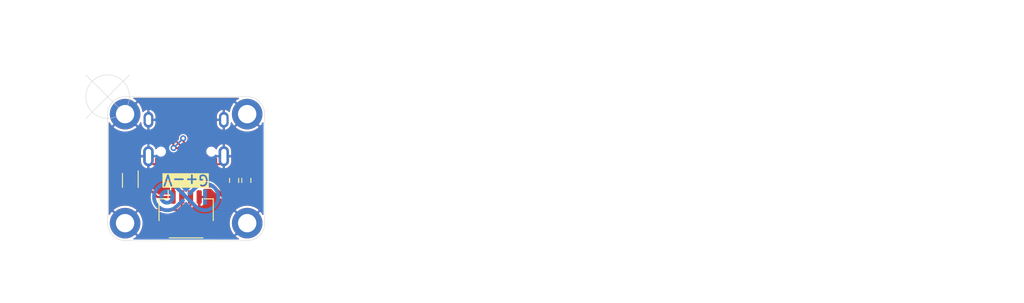
<source format=kicad_pcb>
(kicad_pcb (version 20240108) (generator "pcbnew") (generator_version "8.0")
  (layers (0 "F.Cu" signal) (31 "B.Cu" signal) (34 "B.Paste" user) (35 "F.Paste" user) (36 "B.SilkS" user "B.Silkscreen") (37 "F.SilkS" user "F.Silkscreen") (38 "B.Mask" user) (39 "F.Mask" user) (44 "Edge.Cuts" user))
  (net 0 "")
  (net 1 "GND")
  (net 2 "DP")
  (net 3 "Net-(J1-PadB5)")
  (net 4 "Net-(J1-PadA8)")
  (net 5 "DN")
  (net 6 "Net-(J1-PadA5)")
  (net 7 "Net-(J1-PadB8)")
  (net 8 "UVCC")
  (net 9 "D-")
  (net 10 "D+")
  (footprint "MountingHole:MountingHole_2.2mm_M2_DIN965_Pad" (layer "F.Cu") (at 47 37)
    (property "Reference" "REF**" (hide yes))
    (property "Value" "MountingHole_2.2mm_M2_DIN965_Pad")
    (pad "1" thru_hole circle (at 0 0) (size 3.5 3.5) (drill 2.1) (layers "*.Cu" "*.Mask") (net 1 "GND"))
  )
  (footprint "MountingHole:MountingHole_2.2mm_M2_DIN965_Pad" (layer "F.Cu") (at 61 37)
    (property "Reference" "REF**" (hide yes))
    (property "Value" "MountingHole_2.2mm_M2_DIN965_Pad")
    (pad "1" thru_hole circle (at 0 0) (size 3.5 3.5) (drill 2.1) (layers "*.Cu" "*.Mask") (net 1 "GND"))
  )
  (footprint "MountingHole:MountingHole_2.2mm_M2_DIN965_Pad" (layer "F.Cu") (at 47 49.5)
    (property "Reference" "REF**" (hide yes))
    (property "Value" "MountingHole_2.2mm_M2_DIN965_Pad")
    (pad "1" thru_hole circle (at 0 0) (size 3.5 3.5) (drill 2.1) (layers "*.Cu" "*.Mask") (net 1 "GND"))
  )
  (footprint "MountingHole:MountingHole_2.2mm_M2_DIN965_Pad" (layer "F.Cu") (at 61 49.5)
    (property "Reference" "REF**" (hide yes))
    (property "Value" "MountingHole_2.2mm_M2_DIN965_Pad")
    (pad "1" thru_hole circle (at 0 0) (size 3.5 3.5) (drill 2.1) (layers "*.Cu" "*.Mask") (net 1 "GND"))
  )
  (footprint "u1:USB_C_Receptacle_HRO_TYPE-C-31-M-12" (layer "F.Cu") (at 54 38.7 180)
    (property "Reference" "J1" (hide yes))
    (property "Value" "USB_C_Receptacle_USB2.0")
    (pad "" np_thru_hole circle (at -2.89 -2.6 180) (size 0.65 0.65) (drill 0.65) (layers "*.Cu" "*.Mask"))
    (pad "" np_thru_hole circle (at 2.89 -2.6 180) (size 0.65 0.65) (drill 0.65) (layers "*.Cu" "*.Mask"))
    (pad "A1" smd rect (at -3.25 -4.045 180) (size 0.6 1.45) (layers "F.Cu" "F.Paste" "F.Mask") (net 1 "GND"))
    (pad "A4" smd rect (at -2.45 -4.045 180) (size 0.6 1.45) (layers "F.Cu" "F.Paste" "F.Mask") (net 8 "UVCC"))
    (pad "A5" smd rect (at -1.25 -4.045 180) (size 0.3 1.45) (layers "F.Cu" "F.Paste" "F.Mask") (net 6 "Net-(J1-PadA5)"))
    (pad "A6" smd rect (at -0.25 -4.045 180) (size 0.3 1.45) (layers "F.Cu" "F.Paste" "F.Mask") (net 2 "DP"))
    (pad "A7" smd rect (at 0.25 -4.045 180) (size 0.3 1.45) (layers "F.Cu" "F.Paste" "F.Mask") (net 5 "DN"))
    (pad "A8" smd rect (at 1.25 -4.045 180) (size 0.3 1.45) (layers "F.Cu" "F.Paste" "F.Mask") (net 4 "Net-(J1-PadA8)"))
    (pad "A9" smd rect (at 2.45 -4.045 180) (size 0.6 1.45) (layers "F.Cu" "F.Paste" "F.Mask") (net 8 "UVCC"))
    (pad "A12" smd rect (at 3.25 -4.045 180) (size 0.6 1.45) (layers "F.Cu" "F.Paste" "F.Mask") (net 1 "GND"))
    (pad "B1" smd rect (at 3.25 -4.045 180) (size 0.6 1.45) (layers "F.Cu" "F.Paste" "F.Mask") (net 1 "GND"))
    (pad "B4" smd rect (at 2.45 -4.045 180) (size 0.6 1.45) (layers "F.Cu" "F.Paste" "F.Mask") (net 8 "UVCC"))
    (pad "B5" smd rect (at 1.75 -4.045 180) (size 0.3 1.45) (layers "F.Cu" "F.Paste" "F.Mask") (net 3 "Net-(J1-PadB5)"))
    (pad "B6" smd rect (at 0.75 -4.045 180) (size 0.3 1.45) (layers "F.Cu" "F.Paste" "F.Mask") (net 2 "DP"))
    (pad "B7" smd rect (at -0.75 -4.045 180) (size 0.3 1.45) (layers "F.Cu" "F.Paste" "F.Mask") (net 5 "DN"))
    (pad "B8" smd rect (at -1.75 -4.045 180) (size 0.3 1.45) (layers "F.Cu" "F.Paste" "F.Mask") (net 7 "Net-(J1-PadB8)"))
    (pad "B9" smd rect (at -2.45 -4.045 180) (size 0.6 1.45) (layers "F.Cu" "F.Paste" "F.Mask") (net 8 "UVCC"))
    (pad "B12" smd rect (at -3.25 -4.045 180) (size 0.6 1.45) (layers "F.Cu" "F.Paste" "F.Mask") (net 1 "GND"))
    (pad "S1" thru_hole oval (at -4.32 -3.13 180) (size 1.2 2.3) (drill oval 0.6 1.7) (layers "*.Cu" "*.Mask" "F.Paste") (net 1 "GND"))
    (pad "S1" thru_hole oval (at -4.32 1.05 180) (size 1.1 1.8) (drill oval 0.6 1.2) (layers "*.Cu" "*.Mask" "F.Paste") (net 1 "GND"))
    (pad "S1" thru_hole oval (at 4.32 -3.13 180) (size 1.2 2.3) (drill oval 0.6 1.7) (layers "*.Cu" "*.Mask" "F.Paste") (net 1 "GND"))
    (pad "S1" thru_hole oval (at 4.32 1.05 180) (size 1.1 1.8) (drill oval 0.6 1.2) (layers "*.Cu" "*.Mask" "F.Paste") (net 1 "GND"))
  )
  (footprint "Resistor_SMD:R_0603_1608Metric" (layer "F.Cu") (at 59.5 44.6 -90)
    (property "Reference" "R1" (hide yes))
    (property "Value" "5.1k")
    (fp_line (start -0.237258 0.5225) (end 0.237258 0.5225) (stroke (width 0.12)) (layer "F.SilkS"))
    (fp_line (start -0.237258 -0.5225) (end 0.237258 -0.5225) (stroke (width 0.12)) (layer "F.SilkS"))
    (pad "1" smd roundrect (at -0.825 0 270) (size 0.8 0.95) (layers "F.Cu" "F.Paste" "F.Mask") (net 6 "Net-(J1-PadA5)"))
    (pad "2" smd roundrect (at 0.825 0 270) (size 0.8 0.95) (layers "F.Cu" "F.Paste" "F.Mask") (net 1 "GND"))
  )
  (footprint "Resistor_SMD:R_0603_1608Metric" (layer "F.Cu") (at 60.9 44.6 90)
    (property "Reference" "R2" (hide yes))
    (property "Value" "5.1k")
    (fp_line (start -0.237258 -0.5225) (end 0.237258 -0.5225) (stroke (width 0.12)) (layer "F.SilkS"))
    (fp_line (start -0.237258 0.5225) (end 0.237258 0.5225) (stroke (width 0.12)) (layer "F.SilkS"))
    (pad "1" smd roundrect (at -0.825 0 90) (size 0.8 0.95) (layers "F.Cu" "F.Paste" "F.Mask") (net 1 "GND"))
    (pad "2" smd roundrect (at 0.825 0 90) (size 0.8 0.95) (layers "F.Cu" "F.Paste" "F.Mask") (net 3 "Net-(J1-PadB5)"))
  )
  (footprint "Package_TO_SOT_SMD:SOT-666" (layer "F.Cu") (at 47.6 44.6 -90)
    (property "Reference" "U1" (hide yes))
    (property "Value" "USBLC6-2P6")
    (fp_line (start -0.8 0.9) (end 0.8 0.9) (stroke (width 0.12)) (layer "F.SilkS"))
    (fp_line (start 0.8 -0.9) (end -1.1 -0.9) (stroke (width 0.12)) (layer "F.SilkS"))
    (pad "1" smd rect (at -0.85 -0.5375 270) (size 0.5 0.375) (layers "F.Cu" "F.Paste" "F.Mask") (net 5 "DN"))
    (pad "2" smd rect (at -0.925 0 270) (size 0.65 0.3) (layers "F.Cu" "F.Paste" "F.Mask") (net 1 "GND"))
    (pad "3" smd rect (at -0.85 0.5375 270) (size 0.5 0.375) (layers "F.Cu" "F.Paste" "F.Mask") (net 2 "DP"))
    (pad "4" smd rect (at 0.85 0.5375 270) (size 0.5 0.375) (layers "F.Cu" "F.Paste" "F.Mask") (net 10 "D+"))
    (pad "5" smd rect (at 0.925 0 270) (size 0.65 0.3) (layers "F.Cu" "F.Paste" "F.Mask") (net 8 "UVCC"))
    (pad "6" smd rect (at 0.85 -0.5375 270) (size 0.5 0.375) (layers "F.Cu" "F.Paste" "F.Mask") (net 9 "D-"))
  )
  (footprint "Connector_JST:JST_SH_SM04B-SRSS-TB_1x04-1MP_P1.00mm_Horizontal" (layer "F.Cu") (at 54 48.5)
    (property "Reference" "J2" (hide yes))
    (property "Value" "Conn_01x06_MountingPin")
    (fp_line (start -3.11 -1.785) (end -2.06 -1.785) (stroke (width 0.12)) (layer "F.SilkS"))
    (fp_line (start -3.11 0.715) (end -3.11 -1.785) (stroke (width 0.12)) (layer "F.SilkS"))
    (fp_line (start -2.06 -1.785) (end -2.06 -2.775) (stroke (width 0.12)) (layer "F.SilkS"))
    (fp_line (start -1.94 2.685) (end 1.94 2.685) (stroke (width 0.12)) (layer "F.SilkS"))
    (fp_line (start 3.11 -1.785) (end 2.06 -1.785) (stroke (width 0.12)) (layer "F.SilkS"))
    (fp_line (start 3.11 0.715) (end 3.11 -1.785) (stroke (width 0.12)) (layer "F.SilkS"))
    (pad "1" smd roundrect (at -1.5 -2) (size 0.6 1.55) (layers "F.Cu" "F.Paste" "F.Mask") (net 8 "UVCC"))
    (pad "2" smd roundrect (at -0.5 -2) (size 0.6 1.55) (layers "F.Cu" "F.Paste" "F.Mask") (net 9 "D-"))
    (pad "3" smd roundrect (at 0.5 -2) (size 0.6 1.55) (layers "F.Cu" "F.Paste" "F.Mask") (net 10 "D+"))
    (pad "4" smd roundrect (at 1.5 -2) (size 0.6 1.55) (layers "F.Cu" "F.Paste" "F.Mask") (net 1 "GND"))
    (pad "MP" smd roundrect (at -2.8 1.875) (size 1.2 1.8) (layers "F.Cu" "F.Paste" "F.Mask") (roundrect_rratio 0.2083325) (net 1 "GND"))
    (pad "MP" smd roundrect (at 2.8 1.875) (size 1.2 1.8) (layers "F.Cu" "F.Paste" "F.Mask") (roundrect_rratio 0.2083325) (net 1 "GND"))
  )
  (footprint "u1:mini_logo" (layer "B.Cu") (at 54 46.5 180)
    (property "Reference" "G***" (hide yes))
    (property "Value" "LOGO" (hide yes))
    (fp_poly (pts (xy -1.939637 -0.865909) (xy -2.378364 -0.865909) (xy -2.378364 0.865909) (xy -1.939637 0.865909) (xy -1.939637 -0.865909)) (fill solid) (layer "B.Cu"))
    (fp_poly (pts (xy 2.274656 0.862878) (xy 2.376327 0.85068) (xy 2.473042 0.824866) (xy 2.568863 0.785709) (xy 2.693245 0.715167) (xy 2.802177 0.627895) (xy 2.894552 0.525187) (xy 2.969261 0.40834) (xy 3.025198 0.278649) (xy 3.038519 0.236162) (xy 3.057069 0.1456) (xy 3.065868 0.04282) (xy 3.064914 -0.063464) (xy 3.054209 -0.16454) (xy 3.038519 -0.236161) (xy 2.989608 -0.366124) (xy 2.921614 -0.48534) (xy 2.836568 -0.591888) (xy 2.736499 -0.683843) (xy 2.623438 -0.759282) (xy 2.499415 -0.816282) (xy 2.393402 -0.847372) (xy 2.321483 -0.858489) (xy 2.237051 -0.863898) (xy 2.149356 -0.863563) (xy 2.067642 -0.85745) (xy 2.014681 -0.848797) (xy 1.884214 -0.80852) (xy 1.762383 -0.74822) (xy 1.651406 -0.670021) (xy 1.553498 -0.576043) (xy 1.470875 -0.46841) (xy 1.405753 -0.349244) (xy 1.360878 -0.222674) (xy 1.343866 -0.131464) (xy 1.33647 -0.028514) (xy 1.33707 0) (xy 1.772227 0) (xy 1.773094 -0.055525) (xy 1.776688 -0.096127) (xy 1.784495 -0.129939) (xy 1.798003 -0.165096) (xy 1.80541 -0.181522) (xy 1.852301 -0.258236) (xy 1.916006 -0.326388) (xy 1.991279 -0.381583) (xy 2.072876 -0.419427) (xy 2.098207 -0.426842) (xy 2.132308 -0.431923) (xy 2.178999 -0.434541) (xy 2.225437 -0.434202) (xy 2.276147 -0.430007) (xy 2.319036 -0.420448) (xy 2.364714 -0.402646) (xy 2.395108 -0.388181) (xy 2.478323 -0.335598) (xy 2.544286 -0.270545) (xy 2.593007 -0.19589) (xy 2.624493 -0.114502) (xy 2.638755 -0.029249) (xy 2.635799 0.057001) (xy 2.615636 0.141379) (xy 2.578274 0.221017) (xy 2.523722 0.293046) (xy 2.451988 0.354598) (xy 2.392731 0.389337) (xy 2.348161 0.410512) (xy 2.313668 0.423422) (xy 2.280334 0.430072) (xy 2.239243 0.432469) (xy 2.199968 0.432686) (xy 2.14429 0.431435) (xy 2.103179 0.426991) (xy 2.068173 0.417813) (xy 2.030807 0.40236) (xy 2.029083 0.401561) (xy 1.953148 0.355887) (xy 1.884472 0.29491) (xy 1.829174 0.224653) (xy 1.80541 0.181522) (xy 1.78918 0.143517) (xy 1.77925 0.11014) (xy 1.774134 0.073259) (xy 1.772344 0.024739) (xy 1.772227 0) (xy 1.33707 0) (xy 1.338691 0.076927) (xy 1.350527 0.175605) (xy 1.360878 0.222674) (xy 1.399852 0.337978) (xy 1.453695 0.441934) (xy 1.525414 0.539645) (xy 1.587151 0.606345) (xy 1.685693 0.695091) (xy 1.78428 0.763012) (xy 1.887127 0.811994) (xy 1.998446 0.843922) (xy 2.122451 0.860683) (xy 2.160271 0.862927) (xy 2.274656 0.862878)) (stroke (width 0.01)) (fill solid) (layer "B.Cu"))
    (fp_poly (pts (xy -2.011067 1.733319) (xy -1.826497 1.707386) (xy -1.648454 1.664459) (xy -1.481125 1.605752) (xy -1.339273 1.538321) (xy -1.292174 1.512126) (xy -1.248848 1.486673) (xy -1.207549 1.460462) (xy -1.166531 1.43199) (xy -1.124049 1.399756) (xy -1.078357 1.362258) (xy -1.027709 1.317994) (xy -0.97036 1.265463) (xy -0.904564 1.203162) (xy -0.828576 1.12959) (xy -0.740649 1.043246) (xy -0.639039 0.942628) (xy -0.588819 0.892723) (xy -0.121228 0.427739) (xy -0.274064 0.274679) (xy -0.426899 0.121619) (xy -0.874427 0.567035) (xy -0.960999 0.652793) (xy -1.044834 0.735065) (xy -1.124116 0.812122) (xy -1.197029 0.882235) (xy -1.261758 0.943671) (xy -1.316487 0.994703) (xy -1.3594 1.033599) (xy -1.388682 1.058631) (xy -1.397 1.064961) (xy -1.547628 1.157391) (xy -1.703625 1.22744) (xy -1.865793 1.275364) (xy -2.034934 1.301416) (xy -2.159001 1.306775) (xy -2.332645 1.295562) (xy -2.500555 1.262442) (xy -2.661105 1.208194) (xy -2.812669 1.133598) (xy -2.953621 1.039433) (xy -3.082336 0.926479) (xy -3.180046 0.817352) (xy -3.239446 0.733899) (xy -3.297731 0.634994) (xy -3.35113 0.528124) (xy -3.395875 0.420775) (xy -3.425877 0.329046) (xy -3.437311 0.285846) (xy -3.445627 0.248503) (xy -3.451316 0.211929) (xy -3.45487 0.171041) (xy -3.456779 0.120753) (xy -3.457534 0.055981) (xy -3.457639 0) (xy -3.457395 -0.077774) (xy -3.456337 -0.137544) (xy -3.453974 -0.184395) (xy -3.449815 -0.223413) (xy -3.443369 -0.259682) (xy -3.434145 -0.298287) (xy -3.425877 -0.329045) (xy -3.392274 -0.43033) (xy -3.346589 -0.537944) (xy -3.292592 -0.6444) (xy -3.234051 -0.742213) (xy -3.180046 -0.817351) (xy -3.067233 -0.941859) (xy -2.94257 -1.047753) (xy -2.802837 -1.137638) (xy -2.749129 -1.166125) (xy -2.600007 -1.231434) (xy -2.451408 -1.275746) (xy -2.297867 -1.300363) (xy -2.159 -1.306774) (xy -1.984564 -1.296031) (xy -1.817673 -1.263623) (xy -1.657471 -1.209276) (xy -1.503101 -1.132719) (xy -1.397 -1.065034) (xy -1.378301 -1.049484) (xy -1.343951 -1.018144) (xy -1.294563 -0.971616) (xy -1.230751 -0.910501) (xy -1.15313 -0.835399) (xy -1.062312 -0.746911) (xy -0.958913 -0.645639) (xy -0.843544 -0.532183) (xy -0.716821 -0.407144) (xy -0.579357 -0.271123) (xy -0.431765 -0.124722) (xy -0.27466 0.03146) (xy -0.132773 0.172777) (xy 0.033984 0.338993) (xy 0.185286 0.489748) (xy 0.322035 0.625879) (xy 0.445135 0.748223) (xy 0.555487 0.857618) (xy 0.653994 0.9549) (xy 0.741558 1.040906) (xy 0.819082 1.116475) (xy 0.887468 1.182442) (xy 0.947618 1.239646) (xy 1.000436 1.288923) (xy 1.046823 1.33111) (xy 1.087682 1.367044) (xy 1.123915 1.397563) (xy 1.156424 1.423504) (xy 1.186113 1.445704) (xy 1.213884 1.465) (xy 1.240638 1.482228) (xy 1.267279 1.498228) (xy 1.294708 1.513834) (xy 1.323829 1.529885) (xy 1.339272 1.538321) (xy 1.495398 1.611705) (xy 1.66445 1.669553) (xy 1.841396 1.71084) (xy 2.021199 1.734541) (xy 2.198826 1.739629) (xy 2.298491 1.733684) (xy 2.457496 1.713521) (xy 2.601414 1.683727) (xy 2.736906 1.642422) (xy 2.870636 1.587728) (xy 2.946662 1.550843) (xy 3.098194 1.46455) (xy 3.235503 1.366439) (xy 3.365682 1.251341) (xy 3.388247 1.229081) (xy 3.520779 1.081613) (xy 3.632656 0.924825) (xy 3.725132 0.756683) (xy 3.799462 0.575155) (xy 3.808721 0.547865) (xy 3.844979 0.427198) (xy 3.870334 0.314287) (xy 3.886102 0.200747) (xy 3.893598 0.078193) (xy 3.894675 0) (xy 3.891357 -0.131583) (xy 3.880528 -0.249308) (xy 3.860873 -0.361559) (xy 3.831074 -0.476722) (xy 3.808721 -0.547864) (xy 3.736894 -0.731482) (xy 3.647101 -0.901421) (xy 3.538088 -1.059715) (xy 3.408599 -1.208396) (xy 3.388247 -1.22908) (xy 3.239998 -1.36172) (xy 3.079668 -1.47555) (xy 2.908988 -1.569934) (xy 2.72969 -1.644239) (xy 2.543505 -1.697831) (xy 2.352164 -1.730076) (xy 2.1574 -1.74034) (xy 2.011066 -1.733318) (xy 1.826496 -1.707385) (xy 1.648453 -1.664458) (xy 1.481124 -1.605751) (xy 1.339272 -1.53832) (xy 1.292173 -1.512125) (xy 1.248847 -1.486673) (xy 1.207548 -1.460461) (xy 1.16653 -1.431989) (xy 1.124048 -1.399755) (xy 1.078356 -1.362257) (xy 1.027708 -1.317993) (xy 0.970359 -1.265462) (xy 0.904563 -1.203161) (xy 0.828575 -1.12959) (xy 0.740648 -1.043245) (xy 0.639038 -0.942627) (xy 0.588818 -0.892723) (xy 0.121227 -0.427738) (xy 0.274065 -0.274676) (xy 0.426903 -0.121615) (xy 0.880201 -0.573375) (xy 0.986965 -0.679545) (xy 1.079256 -0.770676) (xy 1.158757 -0.848224) (xy 1.227153 -0.913647) (xy 1.286129 -0.9684) (xy 1.337369 -1.01394) (xy 1.382558 -1.051724) (xy 1.42338 -1.083207) (xy 1.46152 -1.109847) (xy 1.498663 -1.133099) (xy 1.536493 -1.15442) (xy 1.575954 -1.174894) (xy 1.718353 -1.234369) (xy 1.871703 -1.276208) (xy 2.031714 -1.300122) (xy 2.194096 -1.305822) (xy 2.354557 -1.293017) (xy 2.508807 -1.261417) (xy 2.571688 -1.242139) (xy 2.732514 -1.175526) (xy 2.88237 -1.089286) (xy 3.019306 -0.984777) (xy 3.141378 -0.863359) (xy 3.180045 -0.817351) (xy 3.239445 -0.733898) (xy 3.29773 -0.634993) (xy 3.351129 -0.528123) (xy 3.395874 -0.420774) (xy 3.425876 -0.329045) (xy 3.43731 -0.285846) (xy 3.445626 -0.248502) (xy 3.451315 -0.211928) (xy 3.454869 -0.17104) (xy 3.456778 -0.120752) (xy 3.457533 -0.05598) (xy 3.457638 0) (xy 3.457394 0.077774) (xy 3.456336 0.137545) (xy 3.453973 0.184396) (xy 3.449814 0.223414) (xy 3.443368 0.259683) (xy 3.434144 0.298288) (xy 3.425876 0.329046) (xy 3.392273 0.430331) (xy 3.346588 0.537945) (xy 3.292591 0.644401) (xy 3.23405 0.742214) (xy 3.180045 0.817352) (xy 3.067232 0.94186) (xy 2.942569 1.047754) (xy 2.802836 1.137639) (xy 2.749128 1.166125) (xy 2.600006 1.231435) (xy 2.451407 1.275747) (xy 2.297866 1.300363) (xy 2.159 1.306775) (xy 1.984529 1.296027) (xy 1.817602 1.263604) (xy 1.657378 1.209241) (xy 1.503018 1.13267) (xy 1.397 1.065012) (xy 1.378328 1.04948) (xy 1.344011 1.018167) (xy 1.294668 0.97168) (xy 1.230921 0.910626) (xy 1.153389 0.835614) (xy 1.062693 0.74725) (xy 0.959454 0.646143) (xy 0.844292 0.532899) (xy 0.717828 0.408127) (xy 0.580682 0.272433) (xy 0.433475 0.126426) (xy 0.276827 -0.029288) (xy 0.132772 -0.172753) (xy -0.034006 -0.338981) (xy -0.185329 -0.489747) (xy -0.322099 -0.62589) (xy -0.445219 -0.748245) (xy -0.55559 -0.857651) (xy -0.654116 -0.954945) (xy -0.741697 -1.040962) (xy -0.819238 -1.116542) (xy -0.88764 -1.182519) (xy -0.947805 -1.239732) (xy -1.000635 -1.289017) (xy -1.047034 -1.331212) (xy -1.087903 -1.367154) (xy -1.124144 -1.397679) (xy -1.156661 -1.423625) (xy -1.186354 -1.445829) (xy -1.214127 -1.465128) (xy -1.240882 -1.482358) (xy -1.267522 -1.498357) (xy -1.294947 -1.513963) (xy -1.324062 -1.530011) (xy -1.339273 -1.53832) (xy -1.498138 -1.612906) (xy -1.669802 -1.671167) (xy -1.84994 -1.712268) (xy -2.034224 -1.735373) (xy -2.21833 -1.739647) (xy -2.339664 -1.731534) (xy -2.536558 -1.699364) (xy -2.726752 -1.645393) (xy -2.908832 -1.5703) (xy -3.081384 -1.47476) (xy -3.242996 -1.359453) (xy -3.388248 -1.22908) (xy -3.52078 -1.081612) (xy -3.632657 -0.924824) (xy -3.725133 -0.756683) (xy -3.799463 -0.575154) (xy -3.808722 -0.547864) (xy -3.84498 -0.427197) (xy -3.870335 -0.314286) (xy -3.886103 -0.200747) (xy -3.893599 -0.078193) (xy -3.894676 0) (xy -3.891358 0.131584) (xy -3.880529 0.249308) (xy -3.860874 0.36156) (xy -3.831075 0.476723) (xy -3.808722 0.547865) (xy -3.736895 0.731483) (xy -3.647102 0.901422) (xy -3.538089 1.059716) (xy -3.4086 1.208397) (xy -3.388248 1.229081) (xy -3.239999 1.361721) (xy -3.079669 1.475551) (xy -2.908989 1.569935) (xy -2.729691 1.64424) (xy -2.543506 1.697832) (xy -2.352165 1.730077) (xy -2.157401 1.740341) (xy -2.011067 1.733319)) (stroke (width 0.01)) (fill solid) (layer "B.Cu"))
  )
  (gr_line (start 61 35) (end 47 35) (stroke (width 0.05)) (layer "Edge.Cuts"))
  (gr_line (start 63 49.5) (end 63 37) (stroke (width 0.05)) (layer "Edge.Cuts"))
  (gr_arc (start 63 49.5) (mid 62.414214 50.914214) (end 61 51.5) (stroke (width 0.05)) (layer "Edge.Cuts"))
  (gr_arc (start 47 51.5) (mid 45.585786 50.914214) (end 45 49.5) (stroke (width 0.05)) (layer "Edge.Cuts"))
  (gr_arc (start 61 35) (mid 62.414214 35.585786) (end 63 37) (stroke (width 0.05)) (layer "Edge.Cuts"))
  (gr_arc (start 45 37) (mid 45.585786 35.585786) (end 47 35) (stroke (width 0.05)) (layer "Edge.Cuts"))
  (gr_line (start 47 51.5) (end 61 51.5) (stroke (width 0.05)) (layer "Edge.Cuts"))
  (gr_line (start 45 37) (end 45 49.5) (stroke (width 0.05)) (layer "Edge.Cuts"))
  (gr_text "G+-V" (at 54 43.853 180) (layer "F.SilkS" knockout) (effects (font (size 1.2 1.2) (thickness 0.2) (bold yes)) (justify bottom)))
  (target x (at 45 35) (size 5) (width 0.05) (layer "Edge.Cuts"))
  (segment (start 47.6 43.675) (end 47.6 44.075) (width 0.25) (layer "F.Cu") (net 1))
  (segment (start 58.32 42.49) (end 58.065 42.745) (width 0.2) (layer "F.Cu") (net 1))
  (segment (start 55.5 46.5) (end 55.5 48) (width 0.3) (layer "F.Cu") (net 1))
  (segment (start 49.68 43.645) (end 49.68 41.83) (width 0.25) (layer "F.Cu") (net 1))
  (segment (start 58.32 41.83) (end 58.32 42.49) (width 0.2) (layer "F.Cu") (net 1))
  (segment (start 48.975 44.35) (end 49.68 43.645) (width 0.25) (layer "F.Cu") (net 1))
  (segment (start 47.6 44.075) (end 47.875 44.35) (width 0.25) (layer "F.Cu") (net 1))
  (segment (start 58.065 42.745) (end 57.25 42.745) (width 0.2) (layer "F.Cu") (net 1))
  (segment (start 47.875 44.35) (end 48.975 44.35) (width 0.25) (layer "F.Cu") (net 1))
  (segment (start 53.25 43.725) (end 53.525 44) (width 0.2) (layer "F.Cu") (net 2))
  (segment (start 54.25 41.5) (end 52.5 39.75) (width 0.2) (layer "F.Cu") (net 2))
  (segment (start 47.35 42.925) (end 47.0625 43.2125) (width 0.2) (layer "F.Cu") (net 2))
  (segment (start 53.975 44) (end 54.25 43.725) (width 0.2) (layer "F.Cu") (net 2))
  (segment (start 53.525 44) (end 53.975 44) (width 0.2) (layer "F.Cu") (net 2))
  (segment (start 48.875 39.75) (end 47.35 41.275) (width 0.2) (layer "F.Cu") (net 2))
  (segment (start 53.25 42.745) (end 53.25 43.725) (width 0.2) (layer "F.Cu") (net 2))
  (segment (start 47.35 41.275) (end 47.35 42.925) (width 0.2) (layer "F.Cu") (net 2))
  (segment (start 52.5 39.75) (end 48.875 39.75) (width 0.2) (layer "F.Cu") (net 2))
  (segment (start 54.25 42.745) (end 54.25 41.5) (width 0.2) (layer "F.Cu") (net 2))
  (segment (start 54.25 43.725) (end 54.25 42.745) (width 0.2) (layer "F.Cu") (net 2))
  (segment (start 47.0625 43.2125) (end 47.0625 43.75) (width 0.2) (layer "F.Cu") (net 2))
  (segment (start 52.25 42.745) (end 52.25 44.05) (width 0.2) (layer "F.Cu") (net 3))
  (segment (start 60.075 44.6) (end 60.9 43.775) (width 0.2) (layer "F.Cu") (net 3))
  (segment (start 52.8 44.6) (end 60.075 44.6) (width 0.2) (layer "F.Cu") (net 3))
  (segment (start 52.25 44.05) (end 52.8 44.6) (width 0.2) (layer "F.Cu") (net 3))
  (segment (start 49.1 40.2) (end 52.28 40.2) (width 0.2) (layer "F.Cu") (net 5))
  (segment (start 54.75 41.2) (end 54.75 42.745) (width 0.2) (layer "F.Cu") (net 5))
  (segment (start 47.875 41.425) (end 49.1 40.2) (width 0.2) (layer "F.Cu") (net 5))
  (segment (start 48.1375 43.75) (end 48.1375 43.1875) (width 0.2) (layer "F.Cu") (net 5))
  (segment (start 52.28 40.2) (end 52.56 40.48) (width 0.2) (layer "F.Cu") (net 5))
  (segment (start 53.75 41.67) (end 53.75 42.745) (width 0.2) (layer "F.Cu") (net 5))
  (segment (start 52.96 40.88) (end 53.75 41.67) (width 0.2) (layer "F.Cu") (net 5))
  (segment (start 52.56 40.88) (end 52.96 40.88) (width 0.2) (layer "F.Cu") (net 5))
  (segment (start 53.66 40.11) (end 54.75 41.2) (width 0.2) (layer "F.Cu") (net 5))
  (segment (start 47.875 42.925) (end 47.875 41.425) (width 0.2) (layer "F.Cu") (net 5))
  (segment (start 53.66 39.78) (end 53.66 40.11) (width 0.2) (layer "F.Cu") (net 5))
  (segment (start 52.56 40.48) (end 52.56 40.88) (width 0.2) (layer "F.Cu") (net 5))
  (segment (start 48.1375 43.1875) (end 47.875 42.925) (width 0.2) (layer "F.Cu") (net 5))
  (via (at 53.66 39.78) (size 0.7) (drill 0.35) (layers "F.Cu" "B.Cu") (net 5))
  (via (at 52.56 40.88) (size 0.7) (drill 0.35) (layers "F.Cu" "B.Cu") (net 5))
  (segment (start 53.66 39.78) (end 52.56 40.88) (width 0.2) (layer "B.Cu") (net 5))
  (segment (start 55.25 42.745) (end 55.25 43.725) (width 0.2) (layer "F.Cu") (net 6))
  (segment (start 58.1 44) (end 58.325 43.775) (width 0.2) (layer "F.Cu") (net 6))
  (segment (start 55.25 43.725) (end 55.525 44) (width 0.2) (layer "F.Cu") (net 6))
  (segment (start 58.325 43.775) (end 59.5 43.775) (width 0.2) (layer "F.Cu") (net 6))
  (segment (start 55.525 44) (end 58.1 44) (width 0.2) (layer "F.Cu") (net 6))
  (segment (start 62.07 42.57) (end 59.4 39.9) (width 0.4) (layer "F.Cu") (net 8))
  (segment (start 62.07 45.53) (end 62.07 42.57) (width 0.4) (layer "F.Cu") (net 8))
  (segment (start 47.87 44.85) (end 49.05 44.85) (width 0.25) (layer "F.Cu") (net 8))
  (segment (start 56.9 39.9) (end 56.025 40.775) (width 0.4) (layer "F.Cu") (net 8))
  (segment (start 51.55 42.745) (end 51.55 44.35) (width 0.4) (layer "F.Cu") (net 8))
  (segment (start 56.025 40.775) (end 56.025 41.5) (width 0.4) (layer "F.Cu") (net 8))
  (segment (start 50.7 46.5) (end 52.5 46.5) (width 0.25) (layer "F.Cu") (net 8))
  (segment (start 47.6 45.12) (end 47.87 44.85) (width 0.25) (layer "F.Cu") (net 8))
  (segment (start 47.6 45.525) (end 47.6 45.12) (width 0.25) (layer "F.Cu") (net 8))
  (segment (start 52.425 45.225) (end 57.025 45.225) (width 0.4) (layer "F.Cu") (net 8))
  (segment (start 52.5 46.5) (end 52.5 45.3) (width 0.4) (layer "F.Cu") (net 8))
  (segment (start 58.37 46.57) (end 61.03 46.57) (width 0.4) (layer "F.Cu") (net 8))
  (segment (start 56.45 41.925) (end 56.45 42.745) (width 0.4) (layer "F.Cu") (net 8))
  (segment (start 56.025 41.5) (end 56.45 41.925) (width 0.4) (layer "F.Cu") (net 8))
  (segment (start 61.03 46.57) (end 62.07 45.53) (width 0.4) (layer "F.Cu") (net 8))
  (segment (start 52.5 45.3) (end 52.425 45.225) (width 0.4) (layer "F.Cu") (net 8))
  (segment (start 59.4 39.9) (end 56.9 39.9) (width 0.4) (layer "F.Cu") (net 8))
  (segment (start 51.5 42.795) (end 51.55 42.745) (width 0.4) (layer "F.Cu") (net 8))
  (segment (start 51.55 44.35) (end 52.425 45.225) (width 0.4) (layer "F.Cu") (net 8))
  (segment (start 57.025 45.225) (end 58.37 46.57) (width 0.4) (layer "F.Cu") (net 8))
  (segment (start 49.05 44.85) (end 50.7 46.5) (width 0.25) (layer "F.Cu") (net 8))
  (segment (start 50.075 48) (end 53.05 48) (width 0.2) (layer "F.Cu") (net 9))
  (segment (start 48.1375 46.0625) (end 50.075 48) (width 0.2) (layer "F.Cu") (net 9))
  (segment (start 48.1375 45.45) (end 48.1375 46.0625) (width 0.2) (layer "F.Cu") (net 9))
  (segment (start 53.05 48) (end 53.5 47.55) (width 0.2) (layer "F.Cu") (net 9))
  (segment (start 53.5 47.55) (end 53.5 46.5) (width 0.2) (layer "F.Cu") (net 9))
  (segment (start 47.0625 45.45) (end 47.0625 46.1125) (width 0.2) (layer "F.Cu") (net 10))
  (segment (start 47.0625 46.1125) (end 49.625 48.675) (width 0.2) (layer "F.Cu") (net 10))
  (segment (start 53.405 48.675) (end 54.5 47.58) (width 0.2) (layer "F.Cu") (net 10))
  (segment (start 49.625 48.675) (end 53.405 48.675) (width 0.2) (layer "F.Cu") (net 10))
  (segment (start 54.5 47.58) (end 54.5 46.5) (width 0.2) (layer "F.Cu") (net 10))
  (zone (net 1) (net_name "GND") (layer "F.Cu") (connect_pads (clearance 0.127)) (min_thickness 0.127) (fill yes (thermal_gap 0.254) (thermal_bridge_width 0.254))
    (polygon (pts (xy 63 51.5) (xy 45 51.5) (xy 45 35) (xy 63 35)))
  )
  (zone (net 1) (net_name "GND") (layer "B.Cu") (connect_pads (clearance 0.127)) (min_thickness 0.127) (fill yes (thermal_gap 0.254) (thermal_bridge_width 0.254))
    (polygon (pts (xy 63 51.5) (xy 45 51.5) (xy 45 35) (xy 63 35)))
  )
)
</source>
